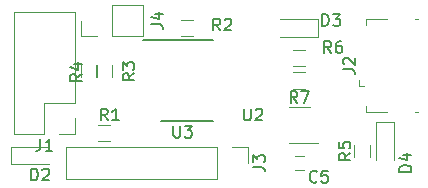
<source format=gto>
G04 #@! TF.FileFunction,Legend,Top*
%FSLAX46Y46*%
G04 Gerber Fmt 4.6, Leading zero omitted, Abs format (unit mm)*
G04 Created by KiCad (PCBNEW 4.0.7) date 04/14/18 18:56:33*
%MOMM*%
%LPD*%
G01*
G04 APERTURE LIST*
%ADD10C,0.100000*%
%ADD11C,0.120000*%
%ADD12C,0.150000*%
G04 APERTURE END LIST*
D10*
D11*
X117760000Y-65440000D02*
X118460000Y-65440000D01*
X118460000Y-66640000D02*
X117760000Y-66640000D01*
X96885000Y-66155000D02*
X93685000Y-66155000D01*
X93685000Y-64655000D02*
X96885000Y-64655000D01*
X93685000Y-64655000D02*
X93685000Y-66155000D01*
X116475000Y-53860000D02*
X119675000Y-53860000D01*
X119675000Y-55360000D02*
X116475000Y-55360000D01*
X119675000Y-55360000D02*
X119675000Y-53860000D01*
X124599000Y-65770000D02*
X124599000Y-62570000D01*
X126099000Y-62570000D02*
X126099000Y-65770000D01*
X126099000Y-62570000D02*
X124599000Y-62570000D01*
X123715000Y-61685000D02*
X123715000Y-61235000D01*
X125565000Y-61685000D02*
X123715000Y-61685000D01*
X128115000Y-53885000D02*
X127865000Y-53885000D01*
X128115000Y-61685000D02*
X127865000Y-61685000D01*
X125565000Y-53885000D02*
X123715000Y-53885000D01*
X123715000Y-53885000D02*
X123715000Y-54335000D01*
X123165000Y-59485000D02*
X123165000Y-59035000D01*
X123165000Y-59485000D02*
X123615000Y-59485000D01*
X104835000Y-55305000D02*
X104835000Y-52645000D01*
X102235000Y-55305000D02*
X104835000Y-55305000D01*
X102235000Y-52645000D02*
X104835000Y-52645000D01*
X102235000Y-55305000D02*
X102235000Y-52645000D01*
X100965000Y-55305000D02*
X99635000Y-55305000D01*
X99635000Y-55305000D02*
X99635000Y-53975000D01*
X101100000Y-62820000D02*
X102100000Y-62820000D01*
X102100000Y-64180000D02*
X101100000Y-64180000D01*
X109085000Y-55290000D02*
X108085000Y-55290000D01*
X108085000Y-53930000D02*
X109085000Y-53930000D01*
X102280000Y-57729500D02*
X102280000Y-58729500D01*
X100920000Y-58729500D02*
X100920000Y-57729500D01*
X100946500Y-57729500D02*
X100946500Y-58729500D01*
X99586500Y-58729500D02*
X99586500Y-57729500D01*
X122764000Y-65524000D02*
X122764000Y-64524000D01*
X124124000Y-64524000D02*
X124124000Y-65524000D01*
X117610000Y-56470000D02*
X118610000Y-56470000D01*
X118610000Y-57830000D02*
X117610000Y-57830000D01*
X117610000Y-58375000D02*
X118610000Y-58375000D01*
X118610000Y-59735000D02*
X117610000Y-59735000D01*
X118990000Y-61305000D02*
X117230000Y-61305000D01*
X117230000Y-64375000D02*
X119660000Y-64375000D01*
D12*
X106360000Y-62505000D02*
X110810000Y-62505000D01*
X104835000Y-55605000D02*
X110810000Y-55605000D01*
D11*
X99120000Y-53280000D02*
X93920000Y-53280000D01*
X99120000Y-60960000D02*
X99120000Y-53280000D01*
X93920000Y-63560000D02*
X93920000Y-53280000D01*
X99120000Y-60960000D02*
X96520000Y-60960000D01*
X96520000Y-60960000D02*
X96520000Y-63560000D01*
X96520000Y-63560000D02*
X93920000Y-63560000D01*
X99120000Y-62230000D02*
X99120000Y-63560000D01*
X99120000Y-63560000D02*
X97790000Y-63560000D01*
X98365000Y-64710000D02*
X98365000Y-67370000D01*
X111125000Y-64710000D02*
X98365000Y-64710000D01*
X111125000Y-67370000D02*
X98365000Y-67370000D01*
X111125000Y-64710000D02*
X111125000Y-67370000D01*
X112395000Y-64710000D02*
X113725000Y-64710000D01*
X113725000Y-64710000D02*
X113725000Y-66040000D01*
D12*
X119594334Y-67603643D02*
X119546715Y-67651262D01*
X119403858Y-67698881D01*
X119308620Y-67698881D01*
X119165762Y-67651262D01*
X119070524Y-67556024D01*
X119022905Y-67460786D01*
X118975286Y-67270310D01*
X118975286Y-67127452D01*
X119022905Y-66936976D01*
X119070524Y-66841738D01*
X119165762Y-66746500D01*
X119308620Y-66698881D01*
X119403858Y-66698881D01*
X119546715Y-66746500D01*
X119594334Y-66794119D01*
X120499096Y-66698881D02*
X120022905Y-66698881D01*
X119975286Y-67175071D01*
X120022905Y-67127452D01*
X120118143Y-67079833D01*
X120356239Y-67079833D01*
X120451477Y-67127452D01*
X120499096Y-67175071D01*
X120546715Y-67270310D01*
X120546715Y-67508405D01*
X120499096Y-67603643D01*
X120451477Y-67651262D01*
X120356239Y-67698881D01*
X120118143Y-67698881D01*
X120022905Y-67651262D01*
X119975286Y-67603643D01*
X95400905Y-67508381D02*
X95400905Y-66508381D01*
X95639000Y-66508381D01*
X95781858Y-66556000D01*
X95877096Y-66651238D01*
X95924715Y-66746476D01*
X95972334Y-66936952D01*
X95972334Y-67079810D01*
X95924715Y-67270286D01*
X95877096Y-67365524D01*
X95781858Y-67460762D01*
X95639000Y-67508381D01*
X95400905Y-67508381D01*
X96353286Y-66603619D02*
X96400905Y-66556000D01*
X96496143Y-66508381D01*
X96734239Y-66508381D01*
X96829477Y-66556000D01*
X96877096Y-66603619D01*
X96924715Y-66698857D01*
X96924715Y-66794095D01*
X96877096Y-66936952D01*
X96305667Y-67508381D01*
X96924715Y-67508381D01*
X120038905Y-54427381D02*
X120038905Y-53427381D01*
X120277000Y-53427381D01*
X120419858Y-53475000D01*
X120515096Y-53570238D01*
X120562715Y-53665476D01*
X120610334Y-53855952D01*
X120610334Y-53998810D01*
X120562715Y-54189286D01*
X120515096Y-54284524D01*
X120419858Y-54379762D01*
X120277000Y-54427381D01*
X120038905Y-54427381D01*
X120943667Y-53427381D02*
X121562715Y-53427381D01*
X121229381Y-53808333D01*
X121372239Y-53808333D01*
X121467477Y-53855952D01*
X121515096Y-53903571D01*
X121562715Y-53998810D01*
X121562715Y-54236905D01*
X121515096Y-54332143D01*
X121467477Y-54379762D01*
X121372239Y-54427381D01*
X121086524Y-54427381D01*
X120991286Y-54379762D01*
X120943667Y-54332143D01*
X127579381Y-66778095D02*
X126579381Y-66778095D01*
X126579381Y-66540000D01*
X126627000Y-66397142D01*
X126722238Y-66301904D01*
X126817476Y-66254285D01*
X127007952Y-66206666D01*
X127150810Y-66206666D01*
X127341286Y-66254285D01*
X127436524Y-66301904D01*
X127531762Y-66397142D01*
X127579381Y-66540000D01*
X127579381Y-66778095D01*
X126912714Y-65349523D02*
X127579381Y-65349523D01*
X126531762Y-65587619D02*
X127246048Y-65825714D01*
X127246048Y-65206666D01*
X121817381Y-58118333D02*
X122531667Y-58118333D01*
X122674524Y-58165953D01*
X122769762Y-58261191D01*
X122817381Y-58404048D01*
X122817381Y-58499286D01*
X121912619Y-57689762D02*
X121865000Y-57642143D01*
X121817381Y-57546905D01*
X121817381Y-57308809D01*
X121865000Y-57213571D01*
X121912619Y-57165952D01*
X122007857Y-57118333D01*
X122103095Y-57118333D01*
X122245952Y-57165952D01*
X122817381Y-57737381D01*
X122817381Y-57118333D01*
X105560881Y-54308333D02*
X106275167Y-54308333D01*
X106418024Y-54355953D01*
X106513262Y-54451191D01*
X106560881Y-54594048D01*
X106560881Y-54689286D01*
X105894214Y-53403571D02*
X106560881Y-53403571D01*
X105513262Y-53641667D02*
X106227548Y-53879762D01*
X106227548Y-53260714D01*
X101877834Y-62428381D02*
X101544500Y-61952190D01*
X101306405Y-62428381D02*
X101306405Y-61428381D01*
X101687358Y-61428381D01*
X101782596Y-61476000D01*
X101830215Y-61523619D01*
X101877834Y-61618857D01*
X101877834Y-61761714D01*
X101830215Y-61856952D01*
X101782596Y-61904571D01*
X101687358Y-61952190D01*
X101306405Y-61952190D01*
X102830215Y-62428381D02*
X102258786Y-62428381D01*
X102544500Y-62428381D02*
X102544500Y-61428381D01*
X102449262Y-61571238D01*
X102354024Y-61666476D01*
X102258786Y-61714095D01*
X111402834Y-54808381D02*
X111069500Y-54332190D01*
X110831405Y-54808381D02*
X110831405Y-53808381D01*
X111212358Y-53808381D01*
X111307596Y-53856000D01*
X111355215Y-53903619D01*
X111402834Y-53998857D01*
X111402834Y-54141714D01*
X111355215Y-54236952D01*
X111307596Y-54284571D01*
X111212358Y-54332190D01*
X110831405Y-54332190D01*
X111783786Y-53903619D02*
X111831405Y-53856000D01*
X111926643Y-53808381D01*
X112164739Y-53808381D01*
X112259977Y-53856000D01*
X112307596Y-53903619D01*
X112355215Y-53998857D01*
X112355215Y-54094095D01*
X112307596Y-54236952D01*
X111736167Y-54808381D01*
X112355215Y-54808381D01*
X104147881Y-58459666D02*
X103671690Y-58793000D01*
X104147881Y-59031095D02*
X103147881Y-59031095D01*
X103147881Y-58650142D01*
X103195500Y-58554904D01*
X103243119Y-58507285D01*
X103338357Y-58459666D01*
X103481214Y-58459666D01*
X103576452Y-58507285D01*
X103624071Y-58554904D01*
X103671690Y-58650142D01*
X103671690Y-59031095D01*
X103147881Y-58126333D02*
X103147881Y-57507285D01*
X103528833Y-57840619D01*
X103528833Y-57697761D01*
X103576452Y-57602523D01*
X103624071Y-57554904D01*
X103719310Y-57507285D01*
X103957405Y-57507285D01*
X104052643Y-57554904D01*
X104100262Y-57602523D01*
X104147881Y-57697761D01*
X104147881Y-57983476D01*
X104100262Y-58078714D01*
X104052643Y-58126333D01*
X99702881Y-58523166D02*
X99226690Y-58856500D01*
X99702881Y-59094595D02*
X98702881Y-59094595D01*
X98702881Y-58713642D01*
X98750500Y-58618404D01*
X98798119Y-58570785D01*
X98893357Y-58523166D01*
X99036214Y-58523166D01*
X99131452Y-58570785D01*
X99179071Y-58618404D01*
X99226690Y-58713642D01*
X99226690Y-59094595D01*
X99036214Y-57666023D02*
X99702881Y-57666023D01*
X98655262Y-57904119D02*
X99369548Y-58142214D01*
X99369548Y-57523166D01*
X122435881Y-65190666D02*
X121959690Y-65524000D01*
X122435881Y-65762095D02*
X121435881Y-65762095D01*
X121435881Y-65381142D01*
X121483500Y-65285904D01*
X121531119Y-65238285D01*
X121626357Y-65190666D01*
X121769214Y-65190666D01*
X121864452Y-65238285D01*
X121912071Y-65285904D01*
X121959690Y-65381142D01*
X121959690Y-65762095D01*
X121435881Y-64285904D02*
X121435881Y-64762095D01*
X121912071Y-64809714D01*
X121864452Y-64762095D01*
X121816833Y-64666857D01*
X121816833Y-64428761D01*
X121864452Y-64333523D01*
X121912071Y-64285904D01*
X122007310Y-64238285D01*
X122245405Y-64238285D01*
X122340643Y-64285904D01*
X122388262Y-64333523D01*
X122435881Y-64428761D01*
X122435881Y-64666857D01*
X122388262Y-64762095D01*
X122340643Y-64809714D01*
X120800834Y-56713381D02*
X120467500Y-56237190D01*
X120229405Y-56713381D02*
X120229405Y-55713381D01*
X120610358Y-55713381D01*
X120705596Y-55761000D01*
X120753215Y-55808619D01*
X120800834Y-55903857D01*
X120800834Y-56046714D01*
X120753215Y-56141952D01*
X120705596Y-56189571D01*
X120610358Y-56237190D01*
X120229405Y-56237190D01*
X121657977Y-55713381D02*
X121467500Y-55713381D01*
X121372262Y-55761000D01*
X121324643Y-55808619D01*
X121229405Y-55951476D01*
X121181786Y-56141952D01*
X121181786Y-56522905D01*
X121229405Y-56618143D01*
X121277024Y-56665762D01*
X121372262Y-56713381D01*
X121562739Y-56713381D01*
X121657977Y-56665762D01*
X121705596Y-56618143D01*
X121753215Y-56522905D01*
X121753215Y-56284810D01*
X121705596Y-56189571D01*
X121657977Y-56141952D01*
X121562739Y-56094333D01*
X121372262Y-56094333D01*
X121277024Y-56141952D01*
X121229405Y-56189571D01*
X121181786Y-56284810D01*
X117943334Y-60957381D02*
X117610000Y-60481190D01*
X117371905Y-60957381D02*
X117371905Y-59957381D01*
X117752858Y-59957381D01*
X117848096Y-60005000D01*
X117895715Y-60052619D01*
X117943334Y-60147857D01*
X117943334Y-60290714D01*
X117895715Y-60385952D01*
X117848096Y-60433571D01*
X117752858Y-60481190D01*
X117371905Y-60481190D01*
X118276667Y-59957381D02*
X118943334Y-59957381D01*
X118514762Y-60957381D01*
X113411095Y-61428381D02*
X113411095Y-62237905D01*
X113458714Y-62333143D01*
X113506333Y-62380762D01*
X113601571Y-62428381D01*
X113792048Y-62428381D01*
X113887286Y-62380762D01*
X113934905Y-62333143D01*
X113982524Y-62237905D01*
X113982524Y-61428381D01*
X114411095Y-61523619D02*
X114458714Y-61476000D01*
X114553952Y-61428381D01*
X114792048Y-61428381D01*
X114887286Y-61476000D01*
X114934905Y-61523619D01*
X114982524Y-61618857D01*
X114982524Y-61714095D01*
X114934905Y-61856952D01*
X114363476Y-62428381D01*
X114982524Y-62428381D01*
X107442095Y-62888881D02*
X107442095Y-63698405D01*
X107489714Y-63793643D01*
X107537333Y-63841262D01*
X107632571Y-63888881D01*
X107823048Y-63888881D01*
X107918286Y-63841262D01*
X107965905Y-63793643D01*
X108013524Y-63698405D01*
X108013524Y-62888881D01*
X108394476Y-62888881D02*
X109013524Y-62888881D01*
X108680190Y-63269833D01*
X108823048Y-63269833D01*
X108918286Y-63317452D01*
X108965905Y-63365071D01*
X109013524Y-63460310D01*
X109013524Y-63698405D01*
X108965905Y-63793643D01*
X108918286Y-63841262D01*
X108823048Y-63888881D01*
X108537333Y-63888881D01*
X108442095Y-63841262D01*
X108394476Y-63793643D01*
X96186667Y-64012381D02*
X96186667Y-64726667D01*
X96139047Y-64869524D01*
X96043809Y-64964762D01*
X95900952Y-65012381D01*
X95805714Y-65012381D01*
X97186667Y-65012381D02*
X96615238Y-65012381D01*
X96900952Y-65012381D02*
X96900952Y-64012381D01*
X96805714Y-64155238D01*
X96710476Y-64250476D01*
X96615238Y-64298095D01*
X114177381Y-66373333D02*
X114891667Y-66373333D01*
X115034524Y-66420953D01*
X115129762Y-66516191D01*
X115177381Y-66659048D01*
X115177381Y-66754286D01*
X114177381Y-65992381D02*
X114177381Y-65373333D01*
X114558333Y-65706667D01*
X114558333Y-65563809D01*
X114605952Y-65468571D01*
X114653571Y-65420952D01*
X114748810Y-65373333D01*
X114986905Y-65373333D01*
X115082143Y-65420952D01*
X115129762Y-65468571D01*
X115177381Y-65563809D01*
X115177381Y-65849524D01*
X115129762Y-65944762D01*
X115082143Y-65992381D01*
M02*

</source>
